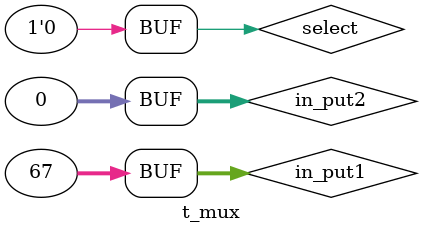
<source format=v>
module mux(out_put,in_put1,in_put2,select);
output [31:0]out_put;
input  [31:0]in_put1,in_put2;
input  select;

assign out_put=select?in_put1:in_put2;

endmodule

module t_mux;
wire   [31:0]out_put;
reg    [31:0]in_put1,in_put2;
reg    select;

mux m(out_put,in_put1,in_put2,select);

initial begin 
in_put1=32'd67;in_put2=32'd0;select=1;
#100 in_put1=32'd67;in_put2=32'd0;select=0;
end 
endmodule

</source>
